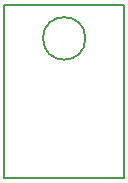
<source format=gbr>
G04 #@! TF.GenerationSoftware,KiCad,Pcbnew,(2017-06-16 revision 2018d4894)-master*
G04 #@! TF.CreationDate,2017-08-16T14:09:36+02:00*
G04 #@! TF.ProjectId,LT3090_breakout,4C54333039305F627265616B6F75742E,rev?*
G04 #@! TF.SameCoordinates,Original
G04 #@! TF.FileFunction,Profile,NP*
%FSLAX46Y46*%
G04 Gerber Fmt 4.6, Leading zero omitted, Abs format (unit mm)*
G04 Created by KiCad (PCBNEW (2017-06-16 revision 2018d4894)-master) date Wed Aug 16 14:09:36 2017*
%MOMM*%
%LPD*%
G01*
G04 APERTURE LIST*
%ADD10C,0.100000*%
%ADD11C,0.150000*%
G04 APERTURE END LIST*
D10*
D11*
X119900000Y-89800000D02*
G75*
G03X119900000Y-89800000I-1800000J0D01*
G01*
X123200000Y-87000000D02*
X123200000Y-101600000D01*
X113000000Y-101600000D02*
X123200000Y-101600000D01*
X113000000Y-87000000D02*
X113000000Y-101600000D01*
X123200000Y-87000000D02*
X123200000Y-87000000D01*
X113000000Y-87000000D02*
X123200000Y-87000000D01*
M02*

</source>
